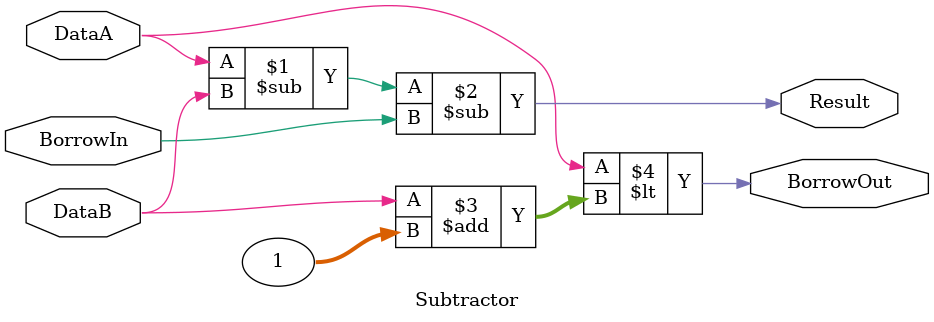
<source format=v>
/******************************************************************************
 ** Logisim goes FPGA automatic generated Verilog code                       **
 **                                                                          **
 ** Component : Subtractor                                                   **
 **                                                                          **
 ******************************************************************************/

`timescale 1ns/1ps
module Subtractor( BorrowIn,
                   DataA,
                   DataB,
                   BorrowOut,
                   Result);

   /***************************************************************************
    ** Here all module parameters are defined with a dummy value             **
    ***************************************************************************/
   parameter ExtendedBits = 1;
   parameter NrOfBits = 1;


   /***************************************************************************
    ** Here the inputs are defined                                           **
    ***************************************************************************/
   input  BorrowIn;
   input[NrOfBits-1:0]  DataA;
   input[NrOfBits-1:0]  DataB;

   /***************************************************************************
    ** Here the outputs are defined                                          **
    ***************************************************************************/
   output BorrowOut;
   output[NrOfBits-1:0] Result;

   /***************************************************************************
    ** Here the internal wires are defined                                   **
    ***************************************************************************/
//   wire s_carry;
   wire[ExtendedBits-1:0] s_extended_dataA;
   wire[ExtendedBits-1:0] s_extended_dataB;
   wire[NrOfBits-1:0] s_inverted_dataB;
   wire[ExtendedBits-1:0] s_sum_result;

//   assign   {s_carry,Result} = DataA + ~(DataB) + ~(BorrowIn);
//   assign   BorrowOut = ~s_carry;
     assign Result=DataA-DataB-BorrowIn;
     assign BorrowOut=(DataA<(DataB+1));
endmodule

</source>
